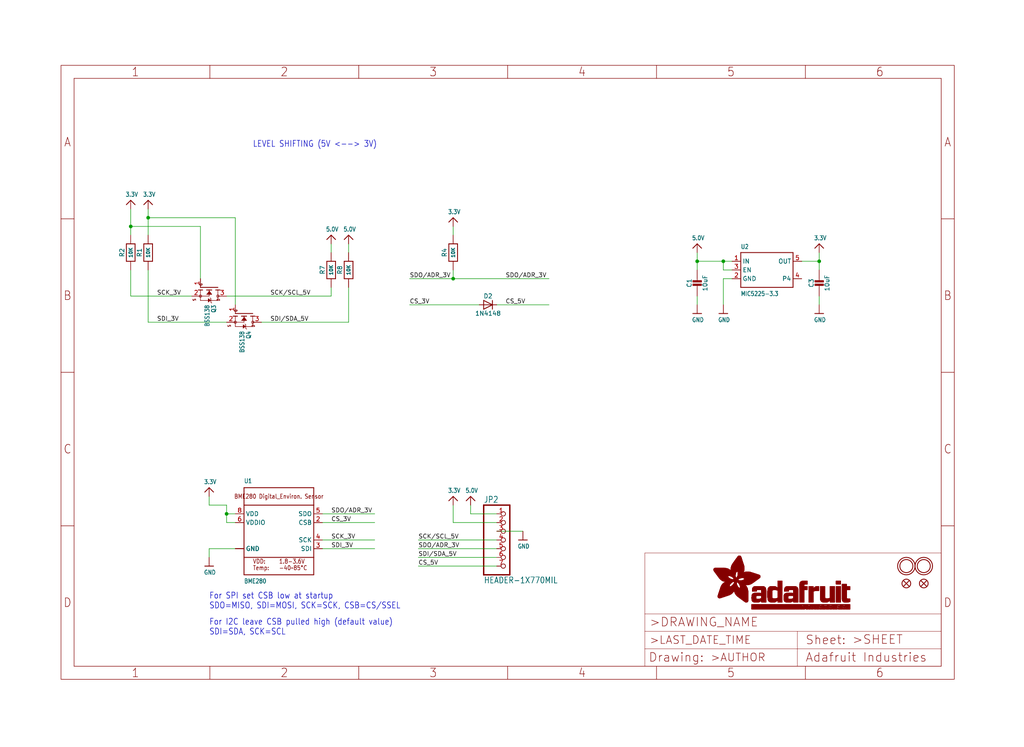
<source format=kicad_sch>
(kicad_sch (version 20211123) (generator eeschema)
  (paper "User" 298.45 217.881)
  (lib_symbols
    (symbol "schematicEagle-eagle-import:3.3V" (power)
      (property "Value" "3.3V" (at -1.524 1.016 0))
      (symbol "3.3V_1_0"
        (pin power_in line (at 0 -2.54 90) (length 2.54) (name "3.3V") (number "1"))
      )
    )
    (symbol "schematicEagle-eagle-import:5.0V" (power)
      (property "Value" "5.0V" (at -1.524 1.016 0))
      (symbol "5.0V_1_0"
        (pin power_in line (at 0 -2.54 90) (length 2.54) (name "5.0V") (number "1"))
      )
    )
    (symbol "schematicEagle-eagle-import:BME280"
      (property "Reference" "U" (at -10.16 13.97 0))
      (property "Value" "BME280" (at -10.16 -15.24 0))
      (symbol "BME280_1_0"
        (text "-40~85°C" (at 0 -11.43 0) (effects (font (size 1.27 1.0795)) (justify left bottom)))
        (text "1.8-3.6V" (at 0 -9.525 0) (effects (font (size 1.27 1.0795)) (justify left bottom)))
        (text "BME280 Digital_Environ. Sensor" (at 0 10.16 0) (effects (font (size 1.27 1.0795))))
        (text "Temp:" (at -7.62 -11.43 0) (effects (font (size 1.27 1.0795)) (justify left bottom)))
        (text "VDD:" (at -7.62 -9.525 0) (effects (font (size 1.27 1.0795)) (justify left bottom)))
        (pin power_in line (at -12.7 -5.08 0) (length 2.54) (name "GND") (number "1"))
        (pin input line (at 12.7 2.54 180) (length 2.54) (name "CSB") (number "2"))
        (pin input line (at 12.7 -5.08 180) (length 2.54) (name "SDI") (number "3"))
        (pin input line (at 12.7 -2.54 180) (length 2.54) (name "SCK") (number "4"))
        (pin output line (at 12.7 5.08 180) (length 2.54) (name "SDO") (number "5"))
        (pin power_in line (at -12.7 2.54 0) (length 2.54) (name "VDDIO") (number "6"))
        (pin power_in line (at -12.7 -5.08 0) (length 2.54) (name "GND") (number "7"))
        (pin power_in line (at -12.7 5.08 0) (length 2.54) (name "VDD") (number "8"))
      )
    )
    (symbol "schematicEagle-eagle-import:CAP_CERAMIC0805-NOOUTLINE"
      (property "Reference" "C" (at -2.29 1.25 90))
      (property "Value" "CAP_CERAMIC0805-NOOUTLINE" (at 2.3 1.25 90))
      (symbol "CAP_CERAMIC0805-NOOUTLINE_1_0"
        (pin passive line (at 0 5.08 270) (length 2.54) (name "1") (number "1"))
        (pin passive line (at 0 -2.54 90) (length 2.54) (name "2") (number "2"))
      )
    )
    (symbol "schematicEagle-eagle-import:DIODESOD-323"
      (property "Reference" "D" (at 0 2.54 0))
      (property "Value" "DIODESOD-323" (at 0 -2.5 0))
      (symbol "DIODESOD-323_1_0"
        (pin passive line (at -2.54 0 0) (length 2.54) (name "A") (number "A"))
        (pin passive line (at 2.54 0 180) (length 2.54) (name "C") (number "C"))
      )
    )
    (symbol "schematicEagle-eagle-import:FIDUCIAL{dblquote}{dblquote}")
    (symbol "schematicEagle-eagle-import:FRAME_A4_ADAFRUIT"
      (symbol "FRAME_A4_ADAFRUIT_0_0"
        (text "1" (at 21.6958 1.905 0) (effects (font (size 2.54 2.286))))
        (text "1" (at 21.6958 177.165 0) (effects (font (size 2.54 2.286))))
        (text "2" (at 65.0875 1.905 0) (effects (font (size 2.54 2.286))))
        (text "2" (at 65.0875 177.165 0) (effects (font (size 2.54 2.286))))
        (text "3" (at 108.4792 1.905 0) (effects (font (size 2.54 2.286))))
        (text "3" (at 108.4792 177.165 0) (effects (font (size 2.54 2.286))))
        (text "4" (at 151.8708 1.905 0) (effects (font (size 2.54 2.286))))
        (text "4" (at 151.8708 177.165 0) (effects (font (size 2.54 2.286))))
        (text "5" (at 195.2625 1.905 0) (effects (font (size 2.54 2.286))))
        (text "5" (at 195.2625 177.165 0) (effects (font (size 2.54 2.286))))
        (text "6" (at 238.6542 1.905 0) (effects (font (size 2.54 2.286))))
        (text "6" (at 238.6542 177.165 0) (effects (font (size 2.54 2.286))))
        (text "A" (at 1.905 156.6863 0) (effects (font (size 2.54 2.286))))
        (text "A" (at 258.445 156.6863 0) (effects (font (size 2.54 2.286))))
        (text "B" (at 1.905 111.9188 0) (effects (font (size 2.54 2.286))))
        (text "B" (at 258.445 111.9188 0) (effects (font (size 2.54 2.286))))
        (text "C" (at 1.905 67.1513 0) (effects (font (size 2.54 2.286))))
        (text "C" (at 258.445 67.1513 0) (effects (font (size 2.54 2.286))))
        (text "D" (at 1.905 22.3838 0) (effects (font (size 2.54 2.286))))
        (text "D" (at 258.445 22.3838 0) (effects (font (size 2.54 2.286))))
      )
      (symbol "FRAME_A4_ADAFRUIT_1_0"
        (text ">AUTHOR" (at 189.23 5.08 0) (effects (font (size 2.286 2.286)) (justify left bottom)))
        (text ">DRAWING_NAME" (at 171.45 15.24 0) (effects (font (size 2.54 2.54)) (justify left bottom)))
        (text ">LAST_DATE_TIME" (at 171.45 10.16 0) (effects (font (size 2.286 2.286)) (justify left bottom)))
        (text ">SHEET" (at 230.505 10.16 0) (effects (font (size 2.54 2.54)) (justify left bottom)))
        (text "Adafruit Industries" (at 216.916 4.953 0) (effects (font (size 2.54 2.54)) (justify left bottom)))
        (text "Drawing:" (at 171.196 4.953 0) (effects (font (size 2.54 2.54)) (justify left bottom)))
        (text "Sheet:" (at 216.916 10.033 0) (effects (font (size 2.54 2.54)) (justify left bottom)))
      )
    )
    (symbol "schematicEagle-eagle-import:GND" (power)
      (property "Value" "GND" (at -1.524 -2.54 0))
      (symbol "GND_1_0"
        (pin power_in line (at 0 2.54 270) (length 2.54) (name "GND") (number "1"))
      )
    )
    (symbol "schematicEagle-eagle-import:HEADER-1X770MIL"
      (property "Reference" "JP" (at -6.35 10.795 0))
      (property "Value" "HEADER-1X770MIL" (at -6.35 -12.7 0))
      (symbol "HEADER-1X770MIL_1_0"
        (pin passive inverted (at -2.54 7.62 0) (length 2.54) (name "1") (number "1"))
        (pin passive inverted (at -2.54 5.08 0) (length 2.54) (name "2") (number "2"))
        (pin passive inverted (at -2.54 2.54 0) (length 2.54) (name "3") (number "3"))
        (pin passive inverted (at -2.54 0 0) (length 2.54) (name "4") (number "4"))
        (pin passive inverted (at -2.54 -2.54 0) (length 2.54) (name "5") (number "5"))
        (pin passive inverted (at -2.54 -5.08 0) (length 2.54) (name "6") (number "6"))
        (pin passive inverted (at -2.54 -7.62 0) (length 2.54) (name "7") (number "7"))
      )
    )
    (symbol "schematicEagle-eagle-import:MOSFET-NWIDE"
      (property "Reference" "Q" (at 5.08 0.635 0))
      (property "Value" "MOSFET-NWIDE" (at 5.08 -1.27 0))
      (symbol "MOSFET-NWIDE_1_0"
        (text "D" (at 3.175 3.175 0) (effects (font (size 0.8128 0.6908)) (justify left bottom)))
        (text "G" (at -1.27 -1.905 0) (effects (font (size 0.8128 0.6908)) (justify left bottom)))
        (text "S" (at 3.175 -3.81 0) (effects (font (size 0.8128 0.6908)) (justify left bottom)))
        (pin bidirectional line (at -2.54 -2.54 0) (length 2.54) (name "G") (number "1"))
        (pin bidirectional line (at 2.54 -5.08 90) (length 2.54) (name "S") (number "2"))
        (pin bidirectional line (at 2.54 5.08 270) (length 2.54) (name "D") (number "3"))
      )
    )
    (symbol "schematicEagle-eagle-import:MOUNTINGHOLE2.0")
    (symbol "schematicEagle-eagle-import:RESISTOR0805_NOOUTLINE"
      (property "Reference" "R" (at 0 2.54 0))
      (property "Value" "RESISTOR0805_NOOUTLINE" (at 0 0 0))
      (symbol "RESISTOR0805_NOOUTLINE_1_0"
        (pin passive line (at -5.08 0 0) (length 2.54) (name "1") (number "1"))
        (pin passive line (at 5.08 0 180) (length 2.54) (name "2") (number "2"))
      )
    )
    (symbol "schematicEagle-eagle-import:RESISTOR_0805MP"
      (property "Reference" "R" (at 0 2.54 0))
      (property "Value" "RESISTOR_0805MP" (at 0 0 0))
      (symbol "RESISTOR_0805MP_1_0"
        (pin passive line (at -5.08 0 0) (length 2.54) (name "1") (number "1"))
        (pin passive line (at 5.08 0 180) (length 2.54) (name "2") (number "2"))
      )
    )
    (symbol "schematicEagle-eagle-import:VREG_SOT23-5"
      (property "Reference" "U" (at -7.62 6.096 0))
      (property "Value" "VREG_SOT23-5" (at -7.62 -7.62 0))
      (symbol "VREG_SOT23-5_1_0"
        (pin power_in line (at -10.16 2.54 0) (length 2.54) (name "IN") (number "1"))
        (pin power_in line (at -10.16 -2.54 0) (length 2.54) (name "GND") (number "2"))
        (pin input line (at -10.16 0 0) (length 2.54) (name "EN") (number "3"))
        (pin bidirectional line (at 10.16 -2.54 180) (length 2.54) (name "P4") (number "4"))
        (pin power_in line (at 10.16 2.54 180) (length 2.54) (name "OUT") (number "5"))
      )
    )
  )
  (junction (at 38.1 66.04))
  (junction (at 66.04 149.86))
  (junction (at 43.18 63.5))
  (junction (at 132.08 81.28))
  (junction (at 210.82 76.2))
  (junction (at 203.2 76.2))
  (junction (at 238.76 76.2))
  (wire (pts (xy 144.78 160.02) (xy 121.92 160.02)))
  (wire (pts (xy 203.2 76.2) (xy 203.2 73.66)))
  (wire (pts (xy 144.78 88.9) (xy 160.02 88.9)))
  (wire (pts (xy 233.68 76.2) (xy 238.76 76.2)))
  (wire (pts (xy 43.18 68.58) (xy 43.18 63.5)))
  (wire (pts (xy 238.76 86.36) (xy 238.76 88.9)))
  (wire (pts (xy 43.18 63.5) (xy 43.18 60.96)))
  (wire (pts (xy 43.18 93.98) (xy 43.18 78.74)))
  (wire (pts (xy 132.08 152.4) (xy 132.08 147.32)))
  (wire (pts (xy 58.42 81.28) (xy 58.42 66.04)))
  (wire (pts (xy 68.58 63.5) (xy 43.18 63.5)))
  (wire (pts (xy 66.04 93.98) (xy 43.18 93.98)))
  (wire (pts (xy 96.52 73.66) (xy 96.52 71.12)))
  (wire (pts (xy 93.98 160.02) (xy 109.22 160.02)))
  (wire (pts (xy 66.04 152.4) (xy 68.58 152.4)))
  (wire (pts (xy 55.88 86.36) (xy 38.1 86.36)))
  (wire (pts (xy 93.98 149.86) (xy 109.22 149.86)))
  (wire (pts (xy 66.04 149.86) (xy 66.04 152.4)))
  (wire (pts (xy 66.04 147.32) (xy 66.04 149.86)))
  (wire (pts (xy 66.04 86.36) (xy 96.52 86.36)))
  (wire (pts (xy 213.36 76.2) (xy 210.82 76.2)))
  (wire (pts (xy 60.96 160.02) (xy 60.96 162.56)))
  (wire (pts (xy 144.78 162.56) (xy 121.92 162.56)))
  (wire (pts (xy 60.96 147.32) (xy 66.04 147.32)))
  (wire (pts (xy 144.78 157.48) (xy 121.92 157.48)))
  (wire (pts (xy 76.2 93.98) (xy 101.6 93.98)))
  (wire (pts (xy 132.08 66.04) (xy 132.08 68.58)))
  (wire (pts (xy 144.78 154.94) (xy 152.4 154.94)))
  (wire (pts (xy 38.1 66.04) (xy 38.1 68.58)))
  (wire (pts (xy 93.98 152.4) (xy 109.22 152.4)))
  (wire (pts (xy 68.58 88.9) (xy 68.58 63.5)))
  (wire (pts (xy 60.96 160.02) (xy 68.58 160.02)))
  (wire (pts (xy 38.1 86.36) (xy 38.1 78.74)))
  (wire (pts (xy 58.42 66.04) (xy 38.1 66.04)))
  (wire (pts (xy 68.58 149.86) (xy 66.04 149.86)))
  (wire (pts (xy 210.82 78.74) (xy 210.82 76.2)))
  (wire (pts (xy 132.08 78.74) (xy 132.08 81.28)))
  (wire (pts (xy 132.08 81.28) (xy 119.38 81.28)))
  (wire (pts (xy 213.36 81.28) (xy 210.82 81.28)))
  (wire (pts (xy 213.36 78.74) (xy 210.82 78.74)))
  (wire (pts (xy 210.82 76.2) (xy 203.2 76.2)))
  (wire (pts (xy 137.16 149.86) (xy 137.16 147.32)))
  (wire (pts (xy 96.52 86.36) (xy 96.52 83.82)))
  (wire (pts (xy 101.6 93.98) (xy 101.6 83.82)))
  (wire (pts (xy 210.82 81.28) (xy 210.82 88.9)))
  (wire (pts (xy 144.78 149.86) (xy 137.16 149.86)))
  (wire (pts (xy 139.7 88.9) (xy 119.38 88.9)))
  (wire (pts (xy 109.22 157.48) (xy 93.98 157.48)))
  (wire (pts (xy 60.96 144.78) (xy 60.96 147.32)))
  (wire (pts (xy 203.2 76.2) (xy 203.2 78.74)))
  (wire (pts (xy 238.76 76.2) (xy 238.76 73.66)))
  (wire (pts (xy 38.1 66.04) (xy 38.1 60.96)))
  (wire (pts (xy 203.2 86.36) (xy 203.2 88.9)))
  (wire (pts (xy 132.08 81.28) (xy 160.02 81.28)))
  (wire (pts (xy 144.78 152.4) (xy 132.08 152.4)))
  (wire (pts (xy 238.76 76.2) (xy 238.76 78.74)))
  (wire (pts (xy 101.6 73.66) (xy 101.6 71.12)))
  (wire (pts (xy 144.78 165.1) (xy 121.92 165.1)))
  (text "LEVEL SHIFTING (5V <--> 3V)" (at 73.66 43.18 180) (effects (font (size 1.778 1.5113)) (justify left bottom)))
  (text "For SPI set CSB low at startup\nSDO=MISO, SDI=MOSI, SCK=SCK, CSB=CS/SSEL" (at 60.96 177.8 0) (effects (font (size 1.778 1.5113)) (justify left bottom)))
  (text "For I2C leave CSB pulled high (default value)\nSDI=SDA, SCK=SCL" (at 60.96 185.42 0) (effects (font (size 1.778 1.5113)) (justify left bottom)))
  (label "CS_5V" (at 147.32 88.9 0) (effects (font (size 1.2446 1.2446))))
  (label "SDO/ADR_3V" (at 119.38 81.28 0) (effects (font (size 1.2446 1.2446))))
  (label "SDI/SDA_5V" (at 78.74 93.98 0) (effects (font (size 1.2446 1.2446))))
  (label "SCK/SCL_5V" (at 121.92 157.48 0) (effects (font (size 1.2446 1.2446))))
  (label "SDO/ADR_3V" (at 121.92 160.02 0) (effects (font (size 1.2446 1.2446))))
  (label "CS_3V" (at 96.52 152.4 0) (effects (font (size 1.2446 1.2446))))
  (label "SCK_3V" (at 96.52 157.48 0) (effects (font (size 1.2446 1.2446))))
  (label "SDO/ADR_3V" (at 147.32 81.28 0) (effects (font (size 1.2446 1.2446))))
  (label "SDI_3V" (at 45.72 93.98 0) (effects (font (size 1.2446 1.2446))))
  (label "CS_3V" (at 119.38 88.9 0) (effects (font (size 1.2446 1.2446))))
  (label "SCK_3V" (at 45.72 86.36 0) (effects (font (size 1.2446 1.2446))))
  (label "SDI/SDA_5V" (at 121.92 162.56 0) (effects (font (size 1.2446 1.2446))))
  (label "SCK/SCL_5V" (at 78.74 86.36 0) (effects (font (size 1.2446 1.2446))))
  (label "CS_5V" (at 121.92 165.1 0) (effects (font (size 1.2446 1.2446))))
  (label "SDO/ADR_3V" (at 96.52 149.86 0) (effects (font (size 1.2446 1.2446))))
  (label "SDI_3V" (at 96.52 160.02 0) (effects (font (size 1.2446 1.2446))))
  (symbol (lib_id "schematicEagle-eagle-import:RESISTOR0805_NOOUTLINE") (at 43.18 73.66 90) (unit 1)
    (property "Reference" "R1" (at 40.64 73.66 0))
    (property "Value" "10K" (at 43.18 73.66 0) (effects (font (size 1.016 1.016) bold)))
    (property "Footprint" "schematicEagle:0805-NO" (effects hide))
  )
  (symbol (lib_id "schematicEagle-eagle-import:3.3V") (at 38.1 58.42 0) (unit 1)
    (property "Reference" "#U$23" (effects hide))
    (property "Value" "3.3V" (at 36.576 57.404 0) (effects (font (size 1.27 1.0795)) (justify left bottom)))
    (property "Footprint" "schematicEagle:" (effects hide))
  )
  (symbol (lib_id "schematicEagle-eagle-import:5.0V") (at 101.6 68.58 0) (unit 1)
    (property "Reference" "#U$18" (effects hide))
    (property "Value" "5.0V" (at 100.076 67.564 0) (effects (font (size 1.27 1.0795)) (justify left bottom)))
    (property "Footprint" "schematicEagle:" (effects hide))
  )
  (symbol (lib_id "schematicEagle-eagle-import:3.3V") (at 132.08 144.78 0) (unit 1)
    (property "Reference" "#U$10" (effects hide))
    (property "Value" "3.3V" (at 130.556 143.764 0) (effects (font (size 1.27 1.0795)) (justify left bottom)))
    (property "Footprint" "schematicEagle:" (effects hide))
  )
  (symbol (lib_id "schematicEagle-eagle-import:BME280") (at 81.28 154.94 0) (unit 1)
    (property "Reference" "U1" (at 71.12 140.97 0) (effects (font (size 1.27 1.0795)) (justify left bottom)))
    (property "Value" "BME280" (at 71.12 170.18 0) (effects (font (size 1.27 1.0795)) (justify left bottom)))
    (property "Footprint" "schematicEagle:BME280" (effects hide))
  )
  (symbol (lib_id "schematicEagle-eagle-import:VREG_SOT23-5") (at 223.52 78.74 0) (unit 1)
    (property "Reference" "U2" (at 215.9 72.644 0) (effects (font (size 1.27 1.0795)) (justify left bottom)))
    (property "Value" "MIC5225-3.3" (at 215.9 86.36 0) (effects (font (size 1.27 1.0795)) (justify left bottom)))
    (property "Footprint" "schematicEagle:SOT23-5" (effects hide))
  )
  (symbol (lib_id "schematicEagle-eagle-import:RESISTOR0805_NOOUTLINE") (at 96.52 78.74 90) (unit 1)
    (property "Reference" "R7" (at 93.98 78.74 0))
    (property "Value" "10K" (at 96.52 78.74 0) (effects (font (size 1.016 1.016) bold)))
    (property "Footprint" "schematicEagle:0805-NO" (effects hide))
  )
  (symbol (lib_id "schematicEagle-eagle-import:MOSFET-NWIDE") (at 71.12 91.44 270) (unit 1)
    (property "Reference" "Q4" (at 71.755 96.52 0) (effects (font (size 1.27 1.0795)) (justify left bottom)))
    (property "Value" "BSS138" (at 69.85 96.52 0) (effects (font (size 1.27 1.0795)) (justify left bottom)))
    (property "Footprint" "schematicEagle:SOT23-WIDE" (effects hide))
  )
  (symbol (lib_id "schematicEagle-eagle-import:GND") (at 152.4 157.48 0) (unit 1)
    (property "Reference" "#U$4" (effects hide))
    (property "Value" "GND" (at 150.876 160.02 0) (effects (font (size 1.27 1.0795)) (justify left bottom)))
    (property "Footprint" "schematicEagle:" (effects hide))
  )
  (symbol (lib_id "schematicEagle-eagle-import:CAP_CERAMIC0805-NOOUTLINE") (at 238.76 83.82 0) (unit 1)
    (property "Reference" "C3" (at 236.47 82.57 90))
    (property "Value" "10uF" (at 241.06 82.57 90))
    (property "Footprint" "schematicEagle:0805-NO" (effects hide))
  )
  (symbol (lib_id "schematicEagle-eagle-import:MOSFET-NWIDE") (at 60.96 83.82 270) (unit 1)
    (property "Reference" "Q3" (at 61.595 88.9 0) (effects (font (size 1.27 1.0795)) (justify left bottom)))
    (property "Value" "BSS138" (at 59.69 88.9 0) (effects (font (size 1.27 1.0795)) (justify left bottom)))
    (property "Footprint" "schematicEagle:SOT23-WIDE" (effects hide))
  )
  (symbol (lib_id "schematicEagle-eagle-import:FRAME_A4_ADAFRUIT") (at 17.78 198.12 0) (unit 1)
    (property "Reference" "#U$1" (effects hide))
    (property "Value" "FRAME_A4_ADAFRUIT" (effects hide))
    (property "Footprint" "schematicEagle:" (effects hide))
  )
  (symbol (lib_id "schematicEagle-eagle-import:MOUNTINGHOLE2.0") (at 269.24 165.1 0) (unit 1)
    (property "Reference" "U$7" (effects hide))
    (property "Value" "MOUNTINGHOLE2.0" (effects hide))
    (property "Footprint" "schematicEagle:MOUNTINGHOLE_2.0_PLATED" (effects hide))
  )
  (symbol (lib_id "schematicEagle-eagle-import:GND") (at 238.76 91.44 0) (unit 1)
    (property "Reference" "#U$16" (effects hide))
    (property "Value" "GND" (at 237.236 93.98 0) (effects (font (size 1.27 1.0795)) (justify left bottom)))
    (property "Footprint" "schematicEagle:" (effects hide))
  )
  (symbol (lib_id "schematicEagle-eagle-import:RESISTOR_0805MP") (at 132.08 73.66 90) (unit 1)
    (property "Reference" "R4" (at 129.54 73.66 0))
    (property "Value" "10K" (at 132.08 73.66 0) (effects (font (size 1.016 1.016) bold)))
    (property "Footprint" "schematicEagle:_0805MP" (effects hide))
  )
  (symbol (lib_id "schematicEagle-eagle-import:3.3V") (at 43.18 58.42 0) (unit 1)
    (property "Reference" "#U$22" (effects hide))
    (property "Value" "3.3V" (at 41.656 57.404 0) (effects (font (size 1.27 1.0795)) (justify left bottom)))
    (property "Footprint" "schematicEagle:" (effects hide))
  )
  (symbol (lib_id "schematicEagle-eagle-import:FIDUCIAL{dblquote}{dblquote}") (at 269.24 170.18 0) (unit 1)
    (property "Reference" "U$15" (effects hide))
    (property "Value" "FIDUCIAL{dblquote}{dblquote}" (effects hide))
    (property "Footprint" "schematicEagle:FIDUCIAL_1MM" (effects hide))
  )
  (symbol (lib_id "schematicEagle-eagle-import:FIDUCIAL{dblquote}{dblquote}") (at 264.16 170.18 0) (unit 1)
    (property "Reference" "U$5" (effects hide))
    (property "Value" "FIDUCIAL{dblquote}{dblquote}" (effects hide))
    (property "Footprint" "schematicEagle:FIDUCIAL_1MM" (effects hide))
  )
  (symbol (lib_id "schematicEagle-eagle-import:5.0V") (at 96.52 68.58 0) (unit 1)
    (property "Reference" "#U$19" (effects hide))
    (property "Value" "5.0V" (at 94.996 67.564 0) (effects (font (size 1.27 1.0795)) (justify left bottom)))
    (property "Footprint" "schematicEagle:" (effects hide))
  )
  (symbol (lib_id "schematicEagle-eagle-import:RESISTOR0805_NOOUTLINE") (at 101.6 78.74 90) (unit 1)
    (property "Reference" "R8" (at 99.06 78.74 0))
    (property "Value" "10K" (at 101.6 78.74 0) (effects (font (size 1.016 1.016) bold)))
    (property "Footprint" "schematicEagle:0805-NO" (effects hide))
  )
  (symbol (lib_id "schematicEagle-eagle-import:CAP_CERAMIC0805-NOOUTLINE") (at 203.2 83.82 0) (unit 1)
    (property "Reference" "C1" (at 200.91 82.57 90))
    (property "Value" "10uF" (at 205.5 82.57 90))
    (property "Footprint" "schematicEagle:0805-NO" (effects hide))
  )
  (symbol (lib_id "schematicEagle-eagle-import:5.0V") (at 203.2 71.12 0) (unit 1)
    (property "Reference" "#U$11" (effects hide))
    (property "Value" "5.0V" (at 201.676 70.104 0) (effects (font (size 1.27 1.0795)) (justify left bottom)))
    (property "Footprint" "schematicEagle:" (effects hide))
  )
  (symbol (lib_id "schematicEagle-eagle-import:HEADER-1X770MIL") (at 147.32 157.48 0) (unit 1)
    (property "Reference" "JP2" (at 140.97 146.685 0) (effects (font (size 1.778 1.5113)) (justify left bottom)))
    (property "Value" "HEADER-1X770MIL" (at 140.97 170.18 0) (effects (font (size 1.778 1.5113)) (justify left bottom)))
    (property "Footprint" "schematicEagle:1X07_ROUND_70" (effects hide))
  )
  (symbol (lib_id "schematicEagle-eagle-import:GND") (at 60.96 165.1 0) (unit 1)
    (property "Reference" "#U$3" (effects hide))
    (property "Value" "GND" (at 59.436 167.64 0) (effects (font (size 1.27 1.0795)) (justify left bottom)))
    (property "Footprint" "schematicEagle:" (effects hide))
  )
  (symbol (lib_id "schematicEagle-eagle-import:3.3V") (at 238.76 71.12 0) (unit 1)
    (property "Reference" "#U$17" (effects hide))
    (property "Value" "3.3V" (at 237.236 70.104 0) (effects (font (size 1.27 1.0795)) (justify left bottom)))
    (property "Footprint" "schematicEagle:" (effects hide))
  )
  (symbol (lib_id "schematicEagle-eagle-import:3.3V") (at 132.08 63.5 0) (unit 1)
    (property "Reference" "#U$25" (effects hide))
    (property "Value" "3.3V" (at 130.556 62.484 0) (effects (font (size 1.27 1.0795)) (justify left bottom)))
    (property "Footprint" "schematicEagle:" (effects hide))
  )
  (symbol (lib_id "schematicEagle-eagle-import:3.3V") (at 60.96 142.24 0) (unit 1)
    (property "Reference" "#U$12" (effects hide))
    (property "Value" "3.3V" (at 59.436 141.224 0) (effects (font (size 1.27 1.0795)) (justify left bottom)))
    (property "Footprint" "schematicEagle:" (effects hide))
  )
  (symbol (lib_id "schematicEagle-eagle-import:DIODESOD-323") (at 142.24 88.9 0) (unit 1)
    (property "Reference" "D2" (at 142.24 86.36 0))
    (property "Value" "1N4148" (at 142.24 91.4 0))
    (property "Footprint" "schematicEagle:SOD-323" (effects hide))
  )
  (symbol (lib_id "schematicEagle-eagle-import:MOUNTINGHOLE2.0") (at 264.16 165.1 0) (unit 1)
    (property "Reference" "U$8" (effects hide))
    (property "Value" "MOUNTINGHOLE2.0" (effects hide))
    (property "Footprint" "schematicEagle:MOUNTINGHOLE_2.0_PLATED" (effects hide))
  )
  (symbol (lib_id "schematicEagle-eagle-import:GND") (at 210.82 91.44 0) (unit 1)
    (property "Reference" "#U$14" (effects hide))
    (property "Value" "GND" (at 209.296 93.98 0) (effects (font (size 1.27 1.0795)) (justify left bottom)))
    (property "Footprint" "schematicEagle:" (effects hide))
  )
  (symbol (lib_id "schematicEagle-eagle-import:GND") (at 203.2 91.44 0) (unit 1)
    (property "Reference" "#U$13" (effects hide))
    (property "Value" "GND" (at 201.676 93.98 0) (effects (font (size 1.27 1.0795)) (justify left bottom)))
    (property "Footprint" "schematicEagle:" (effects hide))
  )
  (symbol (lib_id "schematicEagle-eagle-import:5.0V") (at 137.16 144.78 0) (unit 1)
    (property "Reference" "#U$9" (effects hide))
    (property "Value" "5.0V" (at 135.636 143.764 0) (effects (font (size 1.27 1.0795)) (justify left bottom)))
    (property "Footprint" "schematicEagle:" (effects hide))
  )
  (symbol (lib_id "schematicEagle-eagle-import:RESISTOR0805_NOOUTLINE") (at 38.1 73.66 90) (unit 1)
    (property "Reference" "R2" (at 35.56 73.66 0))
    (property "Value" "10K" (at 38.1 73.66 0) (effects (font (size 1.016 1.016) bold)))
    (property "Footprint" "schematicEagle:0805-NO" (effects hide))
  )
)
</source>
